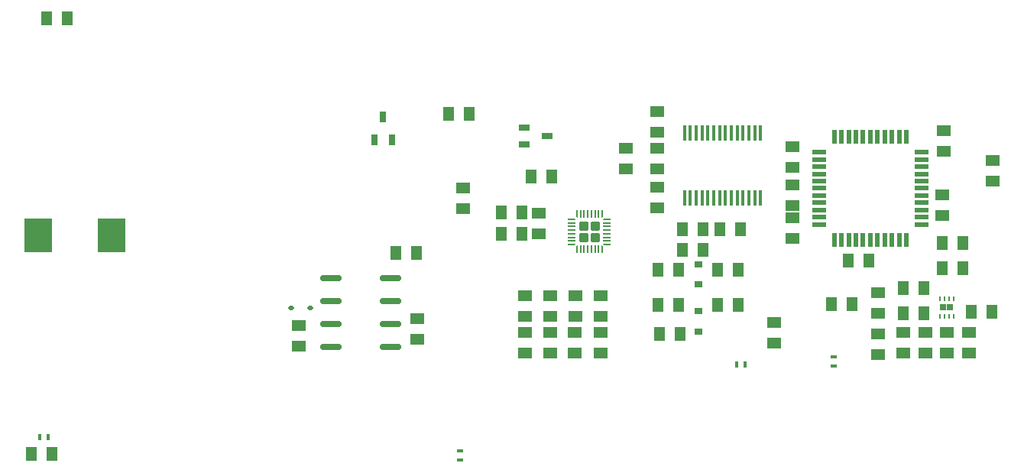
<source format=gbr>
%TF.GenerationSoftware,KiCad,Pcbnew,7.0.7*%
%TF.CreationDate,2024-03-21T09:31:29-04:00*%
%TF.ProjectId,BMB,424d422e-6b69-4636-9164-5f7063625858,rev?*%
%TF.SameCoordinates,Original*%
%TF.FileFunction,Paste,Bot*%
%TF.FilePolarity,Positive*%
%FSLAX46Y46*%
G04 Gerber Fmt 4.6, Leading zero omitted, Abs format (unit mm)*
G04 Created by KiCad (PCBNEW 7.0.7) date 2024-03-21 09:31:29*
%MOMM*%
%LPD*%
G01*
G04 APERTURE LIST*
G04 Aperture macros list*
%AMRoundRect*
0 Rectangle with rounded corners*
0 $1 Rounding radius*
0 $2 $3 $4 $5 $6 $7 $8 $9 X,Y pos of 4 corners*
0 Add a 4 corners polygon primitive as box body*
4,1,4,$2,$3,$4,$5,$6,$7,$8,$9,$2,$3,0*
0 Add four circle primitives for the rounded corners*
1,1,$1+$1,$2,$3*
1,1,$1+$1,$4,$5*
1,1,$1+$1,$6,$7*
1,1,$1+$1,$8,$9*
0 Add four rect primitives between the rounded corners*
20,1,$1+$1,$2,$3,$4,$5,0*
20,1,$1+$1,$4,$5,$6,$7,0*
20,1,$1+$1,$6,$7,$8,$9,0*
20,1,$1+$1,$8,$9,$2,$3,0*%
%AMFreePoly0*
4,1,14,0.385355,0.085355,0.400000,0.050000,0.400000,0.020711,0.385355,-0.014645,0.314644,-0.085355,0.279289,-0.100000,-0.350000,-0.100000,-0.385355,-0.085355,-0.400000,-0.050000,-0.400000,0.050000,-0.385355,0.085355,-0.350000,0.100000,0.350000,0.100000,0.385355,0.085355,0.385355,0.085355,$1*%
%AMFreePoly1*
4,1,14,0.314644,0.085355,0.385355,0.014644,0.400000,-0.020711,0.400000,-0.050000,0.385355,-0.085355,0.350000,-0.100000,-0.350000,-0.100000,-0.385355,-0.085355,-0.400000,-0.050000,-0.400000,0.050000,-0.385355,0.085355,-0.350000,0.100000,0.279289,0.100000,0.314644,0.085355,0.314644,0.085355,$1*%
%AMFreePoly2*
4,1,14,0.085355,0.385355,0.100000,0.350000,0.100000,-0.350000,0.085355,-0.385355,0.050000,-0.400000,0.020711,-0.400000,-0.014645,-0.385355,-0.085355,-0.314644,-0.100000,-0.279289,-0.100000,0.350000,-0.085355,0.385355,-0.050000,0.400000,0.050000,0.400000,0.085355,0.385355,0.085355,0.385355,$1*%
%AMFreePoly3*
4,1,14,0.085355,0.385355,0.100000,0.350000,0.100000,-0.279289,0.085355,-0.314645,0.014644,-0.385355,-0.020711,-0.400000,-0.050000,-0.400000,-0.085355,-0.385355,-0.100000,-0.350000,-0.100000,0.350000,-0.085355,0.385355,-0.050000,0.400000,0.050000,0.400000,0.085355,0.385355,0.085355,0.385355,$1*%
%AMFreePoly4*
4,1,14,0.385355,0.085355,0.400000,0.050000,0.400000,-0.050000,0.385355,-0.085355,0.350000,-0.100000,-0.350000,-0.100000,-0.385355,-0.085355,-0.400000,-0.050000,-0.400000,-0.020711,-0.385355,0.014644,-0.314645,0.085355,-0.279289,0.100000,0.350000,0.100000,0.385355,0.085355,0.385355,0.085355,$1*%
%AMFreePoly5*
4,1,14,0.385355,0.085355,0.400000,0.050000,0.400000,-0.050000,0.385355,-0.085355,0.350000,-0.100000,-0.279289,-0.100000,-0.314645,-0.085355,-0.385355,-0.014644,-0.400000,0.020711,-0.400000,0.050000,-0.385355,0.085355,-0.350000,0.100000,0.350000,0.100000,0.385355,0.085355,0.385355,0.085355,$1*%
%AMFreePoly6*
4,1,14,0.014644,0.385355,0.085355,0.314644,0.100000,0.279289,0.100000,-0.350000,0.085355,-0.385355,0.050000,-0.400000,-0.050000,-0.400000,-0.085355,-0.385355,-0.100000,-0.350000,-0.100000,0.350000,-0.085355,0.385355,-0.050000,0.400000,-0.020711,0.400000,0.014644,0.385355,0.014644,0.385355,$1*%
%AMFreePoly7*
4,1,14,0.085355,0.385355,0.100000,0.350000,0.100000,-0.350000,0.085355,-0.385355,0.050000,-0.400000,-0.050000,-0.400000,-0.085355,-0.385355,-0.100000,-0.350000,-0.100000,0.279289,-0.085355,0.314644,-0.014645,0.385355,0.020711,0.400000,0.050000,0.400000,0.085355,0.385355,0.085355,0.385355,$1*%
G04 Aperture macros list end*
%ADD10R,1.524000X1.270000*%
%ADD11R,1.270000X1.524000*%
%ADD12R,0.400050X0.701040*%
%ADD13R,0.650000X0.750000*%
%ADD14R,0.250000X0.500000*%
%ADD15R,1.300860X0.800100*%
%ADD16R,0.800100X1.300860*%
%ADD17R,0.701040X0.400050*%
%ADD18R,0.838200X0.635000*%
%ADD19R,0.450000X1.750000*%
%ADD20R,1.500000X0.550000*%
%ADD21R,0.550000X1.500000*%
%ADD22RoundRect,0.112500X-0.187500X-0.112500X0.187500X-0.112500X0.187500X0.112500X-0.187500X0.112500X0*%
%ADD23R,3.048000X3.683000*%
%ADD24RoundRect,0.162500X-1.012500X-0.162500X1.012500X-0.162500X1.012500X0.162500X-1.012500X0.162500X0*%
%ADD25RoundRect,0.250000X-0.285000X-0.285000X0.285000X-0.285000X0.285000X0.285000X-0.285000X0.285000X0*%
%ADD26FreePoly0,0.000000*%
%ADD27RoundRect,0.050000X-0.350000X-0.050000X0.350000X-0.050000X0.350000X0.050000X-0.350000X0.050000X0*%
%ADD28FreePoly1,0.000000*%
%ADD29FreePoly2,0.000000*%
%ADD30RoundRect,0.050000X-0.050000X-0.350000X0.050000X-0.350000X0.050000X0.350000X-0.050000X0.350000X0*%
%ADD31FreePoly3,0.000000*%
%ADD32FreePoly4,0.000000*%
%ADD33FreePoly5,0.000000*%
%ADD34FreePoly6,0.000000*%
%ADD35FreePoly7,0.000000*%
G04 APERTURE END LIST*
D10*
%TO.C,R9*%
X167132000Y-109220000D03*
X167132000Y-106934000D03*
%TD*%
D11*
%TO.C,R5*%
X211328000Y-106045000D03*
X209042000Y-106045000D03*
%TD*%
%TO.C,R16*%
X215646000Y-101092000D03*
X213360000Y-101092000D03*
%TD*%
%TO.C,C21*%
X184277000Y-111125000D03*
X181991000Y-111125000D03*
%TD*%
%TO.C,R29*%
X114122200Y-76123800D03*
X116408200Y-76123800D03*
%TD*%
D10*
%TO.C,C37*%
X213487000Y-88646000D03*
X213487000Y-90932000D03*
%TD*%
%TO.C,R25*%
X142036800Y-112471200D03*
X142036800Y-110185200D03*
%TD*%
%TO.C,R47*%
X155117800Y-111760000D03*
X155117800Y-109474000D03*
%TD*%
D12*
%TO.C,U16*%
X191516000Y-114554000D03*
X190515240Y-114554000D03*
%TD*%
D11*
%TO.C,C34*%
X188722000Y-99568000D03*
X191008000Y-99568000D03*
%TD*%
%TO.C,C7*%
X211328000Y-108839000D03*
X209042000Y-108839000D03*
%TD*%
D10*
%TO.C,C27*%
X181737000Y-94869000D03*
X181737000Y-97155000D03*
%TD*%
D11*
%TO.C,R32*%
X181864000Y-107950000D03*
X184150000Y-107950000D03*
%TD*%
D13*
%TO.C,U2*%
X213407000Y-108200000D03*
X214207000Y-108200000D03*
D14*
X214557000Y-109150000D03*
X214057000Y-109150000D03*
X213557000Y-109150000D03*
X213057000Y-109150000D03*
X213057000Y-107250000D03*
X213557000Y-107250000D03*
X214057000Y-107250000D03*
X214557000Y-107250000D03*
%TD*%
D11*
%TO.C,C14*%
X170053000Y-93726000D03*
X167767000Y-93726000D03*
%TD*%
%TO.C,R15*%
X166751000Y-100025200D03*
X164465000Y-100025200D03*
%TD*%
D15*
%TO.C,Q2*%
X169526140Y-89179400D03*
X167023860Y-90129400D03*
X167023860Y-88229400D03*
%TD*%
D10*
%TO.C,C36*%
X196723000Y-92710000D03*
X196723000Y-90424000D03*
%TD*%
%TO.C,R1*%
X216281000Y-113284000D03*
X216281000Y-110998000D03*
%TD*%
D11*
%TO.C,R39*%
X188468000Y-107950000D03*
X190754000Y-107950000D03*
%TD*%
%TO.C,R42*%
X203327000Y-107823000D03*
X201041000Y-107823000D03*
%TD*%
%TO.C,C13*%
X218821000Y-108712000D03*
X216535000Y-108712000D03*
%TD*%
D10*
%TO.C,R43*%
X194691000Y-109855000D03*
X194691000Y-112141000D03*
%TD*%
%TO.C,R2*%
X213868000Y-113284000D03*
X213868000Y-110998000D03*
%TD*%
D16*
%TO.C,Q4*%
X151384000Y-87090060D03*
X152334000Y-89592340D03*
X150434000Y-89592340D03*
%TD*%
D17*
%TO.C,U18*%
X159893000Y-124087890D03*
X159893000Y-125088650D03*
%TD*%
D11*
%TO.C,R27*%
X160909000Y-86741000D03*
X158623000Y-86741000D03*
%TD*%
D18*
%TO.C,U14*%
X186309000Y-105664000D03*
X186309000Y-103428800D03*
%TD*%
D12*
%TO.C,U19*%
X113292890Y-122555000D03*
X114293650Y-122555000D03*
%TD*%
D10*
%TO.C,R4*%
X209042000Y-113284000D03*
X209042000Y-110998000D03*
%TD*%
%TO.C,C4*%
X169926000Y-113284000D03*
X169926000Y-110998000D03*
%TD*%
%TO.C,C33*%
X181737000Y-86487000D03*
X181737000Y-88773000D03*
%TD*%
%TO.C,R44*%
X196723000Y-98298000D03*
X196723000Y-100584000D03*
%TD*%
D11*
%TO.C,R40*%
X188468000Y-104013000D03*
X190754000Y-104013000D03*
%TD*%
%TO.C,C31*%
X205232000Y-102997000D03*
X202946000Y-102997000D03*
%TD*%
%TO.C,C35*%
X184531000Y-99568000D03*
X186817000Y-99568000D03*
%TD*%
D10*
%TO.C,R7*%
X172720000Y-109220000D03*
X172720000Y-106934000D03*
%TD*%
%TO.C,D7*%
X196723000Y-94615000D03*
X196723000Y-96901000D03*
%TD*%
%TO.C,C8*%
X206248000Y-108839000D03*
X206248000Y-106553000D03*
%TD*%
%TO.C,C3*%
X172593000Y-110998000D03*
X172593000Y-113284000D03*
%TD*%
D17*
%TO.C,U17*%
X201295000Y-114665760D03*
X201295000Y-113665000D03*
%TD*%
D10*
%TO.C,R3*%
X211455000Y-113284000D03*
X211455000Y-110998000D03*
%TD*%
D11*
%TO.C,R28*%
X112369600Y-124460000D03*
X114655600Y-124460000D03*
%TD*%
D10*
%TO.C,C30*%
X213360000Y-95758000D03*
X213360000Y-98044000D03*
%TD*%
%TO.C,R8*%
X169926000Y-106934000D03*
X169926000Y-109220000D03*
%TD*%
D19*
%TO.C,U20*%
X193201000Y-96056000D03*
X192551000Y-96056000D03*
X191901000Y-96056000D03*
X191251000Y-96056000D03*
X190601000Y-96056000D03*
X189951000Y-96056000D03*
X189301000Y-96056000D03*
X188651000Y-96056000D03*
X188001000Y-96056000D03*
X187351000Y-96056000D03*
X186701000Y-96056000D03*
X186051000Y-96056000D03*
X185401000Y-96056000D03*
X184751000Y-96056000D03*
X184751000Y-88856000D03*
X185401000Y-88856000D03*
X186051000Y-88856000D03*
X186701000Y-88856000D03*
X187351000Y-88856000D03*
X188001000Y-88856000D03*
X188651000Y-88856000D03*
X189301000Y-88856000D03*
X189951000Y-88856000D03*
X190601000Y-88856000D03*
X191251000Y-88856000D03*
X191901000Y-88856000D03*
X192551000Y-88856000D03*
X193201000Y-88856000D03*
%TD*%
D20*
%TO.C,IC1*%
X211059000Y-90996000D03*
X211059000Y-91796000D03*
X211059000Y-92596000D03*
X211059000Y-93396000D03*
X211059000Y-94196000D03*
X211059000Y-94996000D03*
X211059000Y-95796000D03*
X211059000Y-96596000D03*
X211059000Y-97396000D03*
X211059000Y-98196000D03*
X211059000Y-98996000D03*
D21*
X209359000Y-100696000D03*
X208559000Y-100696000D03*
X207759000Y-100696000D03*
X206959000Y-100696000D03*
X206159000Y-100696000D03*
X205359000Y-100696000D03*
X204559000Y-100696000D03*
X203759000Y-100696000D03*
X202959000Y-100696000D03*
X202159000Y-100696000D03*
X201359000Y-100696000D03*
D20*
X199659000Y-98996000D03*
X199659000Y-98196000D03*
X199659000Y-97396000D03*
X199659000Y-96596000D03*
X199659000Y-95796000D03*
X199659000Y-94996000D03*
X199659000Y-94196000D03*
X199659000Y-93396000D03*
X199659000Y-92596000D03*
X199659000Y-91796000D03*
X199659000Y-90996000D03*
D21*
X201359000Y-89296000D03*
X202159000Y-89296000D03*
X202959000Y-89296000D03*
X203759000Y-89296000D03*
X204559000Y-89296000D03*
X205359000Y-89296000D03*
X206159000Y-89296000D03*
X206959000Y-89296000D03*
X207759000Y-89296000D03*
X208559000Y-89296000D03*
X209359000Y-89296000D03*
%TD*%
D11*
%TO.C,R12*%
X166751000Y-97688400D03*
X164465000Y-97688400D03*
%TD*%
D10*
%TO.C,C39*%
X178308000Y-90551000D03*
X178308000Y-92837000D03*
%TD*%
D22*
%TO.C,D9*%
X141190000Y-108229400D03*
X143290000Y-108229400D03*
%TD*%
D23*
%TO.C,R14*%
X121285000Y-100203000D03*
X113157000Y-100203000D03*
%TD*%
D10*
%TO.C,C2*%
X175514000Y-113284000D03*
X175514000Y-110998000D03*
%TD*%
D24*
%TO.C,U22*%
X145584800Y-112572800D03*
X145584800Y-110032800D03*
X145584800Y-107492800D03*
X145584800Y-104952800D03*
X152222200Y-104952800D03*
X152222200Y-107492800D03*
X152222200Y-110032800D03*
X152222200Y-112572800D03*
%TD*%
D10*
%TO.C,R6*%
X175514000Y-109220000D03*
X175514000Y-106934000D03*
%TD*%
D11*
%TO.C,R48*%
X155067000Y-102133400D03*
X152781000Y-102133400D03*
%TD*%
D10*
%TO.C,C5*%
X167132000Y-110998000D03*
X167132000Y-113284000D03*
%TD*%
D11*
%TO.C,C12*%
X215646000Y-103886000D03*
X213360000Y-103886000D03*
%TD*%
D10*
%TO.C,C6*%
X206248000Y-111125000D03*
X206248000Y-113411000D03*
%TD*%
D18*
%TO.C,U13*%
X186309000Y-110845600D03*
X186309000Y-108610400D03*
%TD*%
D11*
%TO.C,R33*%
X181864000Y-104013000D03*
X184150000Y-104013000D03*
%TD*%
D10*
%TO.C,R35*%
X160274000Y-94996000D03*
X160274000Y-97282000D03*
%TD*%
%TO.C,C11*%
X168656000Y-97739200D03*
X168656000Y-100025200D03*
%TD*%
%TO.C,C18*%
X218948000Y-94234000D03*
X218948000Y-91948000D03*
%TD*%
D25*
%TO.C,U7*%
X173584000Y-99162000D03*
X173584000Y-100482000D03*
X174904000Y-99162000D03*
X174904000Y-100482000D03*
D26*
X172294000Y-101222000D03*
D27*
X172294000Y-100822000D03*
X172294000Y-100422000D03*
X172294000Y-100022000D03*
X172294000Y-99622000D03*
X172294000Y-99222000D03*
X172294000Y-98822000D03*
D28*
X172294000Y-98422000D03*
D29*
X172844000Y-97872000D03*
D30*
X173244000Y-97872000D03*
X173644000Y-97872000D03*
X174044000Y-97872000D03*
X174444000Y-97872000D03*
X174844000Y-97872000D03*
X175244000Y-97872000D03*
D31*
X175644000Y-97872000D03*
D32*
X176194000Y-98422000D03*
D27*
X176194000Y-98822000D03*
X176194000Y-99222000D03*
X176194000Y-99622000D03*
X176194000Y-100022000D03*
X176194000Y-100422000D03*
X176194000Y-100822000D03*
D33*
X176194000Y-101222000D03*
D34*
X175644000Y-101772000D03*
D30*
X175244000Y-101772000D03*
X174844000Y-101772000D03*
X174444000Y-101772000D03*
X174044000Y-101772000D03*
X173644000Y-101772000D03*
X173244000Y-101772000D03*
D35*
X172844000Y-101772000D03*
%TD*%
D11*
%TO.C,C28*%
X184531000Y-101854000D03*
X186817000Y-101854000D03*
%TD*%
D10*
%TO.C,C32*%
X181737000Y-90551000D03*
X181737000Y-92837000D03*
%TD*%
M02*

</source>
